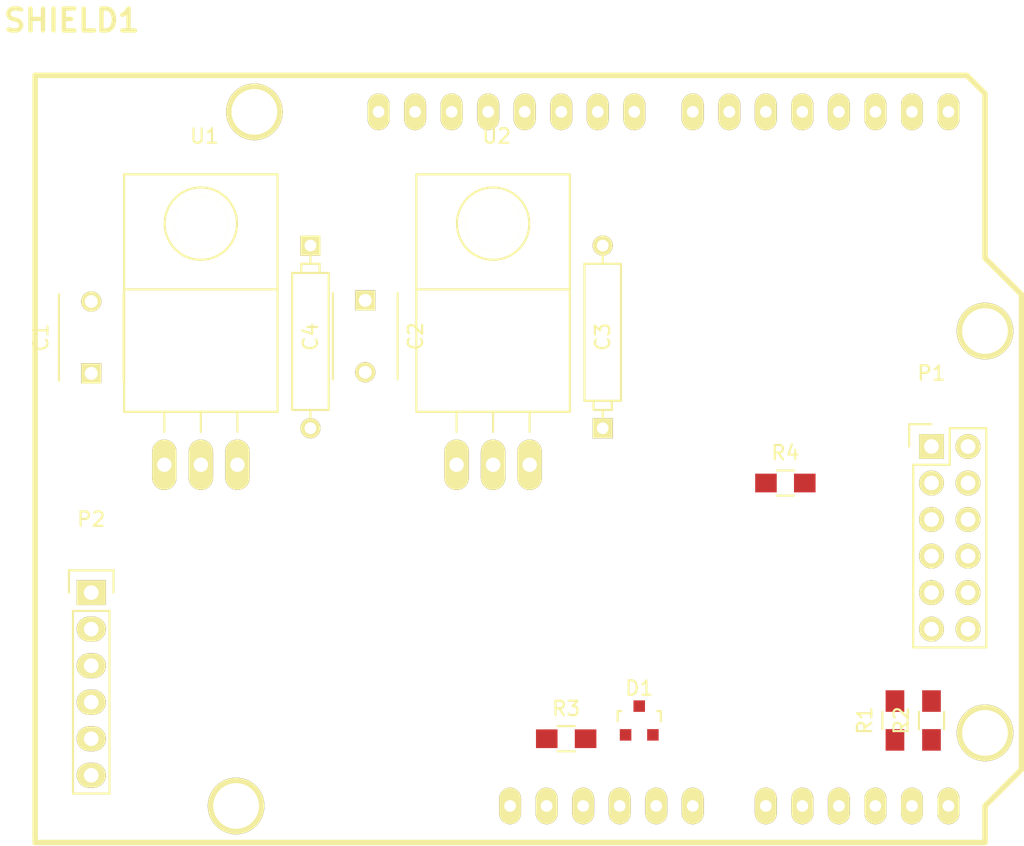
<source format=kicad_pcb>
(kicad_pcb (version 4) (host pcbnew "(2016-02-05 BZR 228, Git cb13e57)-brewed_product")

  (general
    (links 32)
    (no_connects 32)
    (area 0 0 0 0)
    (thickness 1.6)
    (drawings 0)
    (tracks 0)
    (zones 0)
    (modules 14)
    (nets 33)
  )

  (page A4)
  (layers
    (0 F.Cu signal)
    (31 B.Cu signal)
    (32 B.Adhes user)
    (33 F.Adhes user)
    (34 B.Paste user)
    (35 F.Paste user)
    (36 B.SilkS user)
    (37 F.SilkS user)
    (38 B.Mask user)
    (39 F.Mask user)
    (40 Dwgs.User user)
    (41 Cmts.User user)
    (42 Eco1.User user)
    (43 Eco2.User user)
    (44 Edge.Cuts user)
    (45 Margin user)
    (46 B.CrtYd user)
    (47 F.CrtYd user)
    (48 B.Fab user)
    (49 F.Fab user)
  )

  (setup
    (last_trace_width 0.25)
    (trace_clearance 0.2)
    (zone_clearance 0.508)
    (zone_45_only no)
    (trace_min 0.2)
    (segment_width 0.2)
    (edge_width 0.1)
    (via_size 0.6)
    (via_drill 0.4)
    (via_min_size 0.4)
    (via_min_drill 0.3)
    (uvia_size 0.3)
    (uvia_drill 0.1)
    (uvias_allowed no)
    (uvia_min_size 0.2)
    (uvia_min_drill 0.1)
    (pcb_text_width 0.3)
    (pcb_text_size 1.5 1.5)
    (mod_edge_width 0.15)
    (mod_text_size 1 1)
    (mod_text_width 0.15)
    (pad_size 1.5 1.5)
    (pad_drill 0.6)
    (pad_to_mask_clearance 0)
    (aux_axis_origin 0 0)
    (visible_elements FFFFFF7F)
    (pcbplotparams
      (layerselection 0x00030_ffffffff)
      (usegerberextensions false)
      (excludeedgelayer true)
      (linewidth 0.100000)
      (plotframeref false)
      (viasonmask false)
      (mode 1)
      (useauxorigin false)
      (hpglpennumber 1)
      (hpglpenspeed 20)
      (hpglpendiameter 15)
      (hpglpenoverlay 2)
      (psnegative false)
      (psa4output false)
      (plotreference true)
      (plotvalue true)
      (plotinvisibletext false)
      (padsonsilk false)
      (subtractmaskfromsilk false)
      (outputformat 1)
      (mirror false)
      (drillshape 1)
      (scaleselection 1)
      (outputdirectory ""))
  )

  (net 0 "")
  (net 1 "Net-(P1-Pad3)")
  (net 2 "Net-(P1-Pad1)")
  (net 3 "Net-(SHIELD1-PadAD3)")
  (net 4 "Net-(SHIELD1-PadAD0)")
  (net 5 "Net-(SHIELD1-PadAD1)")
  (net 6 "Net-(SHIELD1-PadAD2)")
  (net 7 "Net-(SHIELD1-PadV_IN)")
  (net 8 "Net-(SHIELD1-PadGND2)")
  (net 9 GND)
  (net 10 +3V3)
  (net 11 "Net-(SHIELD1-PadRST)")
  (net 12 "Net-(P1-Pad5)")
  (net 13 "Net-(SHIELD1-Pad1)")
  (net 14 "Net-(SHIELD1-Pad2)")
  (net 15 "Net-(SHIELD1-Pad3)")
  (net 16 "Net-(SHIELD1-Pad4)")
  (net 17 "Net-(SHIELD1-Pad5)")
  (net 18 "Net-(SHIELD1-Pad6)")
  (net 19 "Net-(SHIELD1-Pad7)")
  (net 20 "Net-(SHIELD1-Pad8)")
  (net 21 "Net-(SHIELD1-Pad9)")
  (net 22 "Net-(SHIELD1-Pad10)")
  (net 23 "Net-(SHIELD1-Pad11)")
  (net 24 "Net-(SHIELD1-Pad12)")
  (net 25 "Net-(SHIELD1-Pad13)")
  (net 26 "Net-(SHIELD1-PadGND3)")
  (net 27 "Net-(D1-Pad1)")
  (net 28 +5V)
  (net 29 -5V)
  (net 30 "Net-(P1-Pad11)")
  (net 31 +12V)
  (net 32 -12V)

  (net_class Default "This is the default net class."
    (clearance 0.2)
    (trace_width 0.25)
    (via_dia 0.6)
    (via_drill 0.4)
    (uvia_dia 0.3)
    (uvia_drill 0.1)
    (add_net +12V)
    (add_net +3V3)
    (add_net +5V)
    (add_net -12V)
    (add_net -5V)
    (add_net GND)
    (add_net "Net-(D1-Pad1)")
    (add_net "Net-(P1-Pad1)")
    (add_net "Net-(P1-Pad11)")
    (add_net "Net-(P1-Pad3)")
    (add_net "Net-(P1-Pad5)")
    (add_net "Net-(SHIELD1-Pad1)")
    (add_net "Net-(SHIELD1-Pad10)")
    (add_net "Net-(SHIELD1-Pad11)")
    (add_net "Net-(SHIELD1-Pad12)")
    (add_net "Net-(SHIELD1-Pad13)")
    (add_net "Net-(SHIELD1-Pad2)")
    (add_net "Net-(SHIELD1-Pad3)")
    (add_net "Net-(SHIELD1-Pad4)")
    (add_net "Net-(SHIELD1-Pad5)")
    (add_net "Net-(SHIELD1-Pad6)")
    (add_net "Net-(SHIELD1-Pad7)")
    (add_net "Net-(SHIELD1-Pad8)")
    (add_net "Net-(SHIELD1-Pad9)")
    (add_net "Net-(SHIELD1-PadAD0)")
    (add_net "Net-(SHIELD1-PadAD1)")
    (add_net "Net-(SHIELD1-PadAD2)")
    (add_net "Net-(SHIELD1-PadAD3)")
    (add_net "Net-(SHIELD1-PadGND2)")
    (add_net "Net-(SHIELD1-PadGND3)")
    (add_net "Net-(SHIELD1-PadRST)")
    (add_net "Net-(SHIELD1-PadV_IN)")
  )

  (module "arduino_shields:ARDUINO SHIELD" (layer F.Cu) (tedit 4CD6A37D) (tstamp 56B61993)
    (at 148.5011 105.0036)
    (path /56A61ABF)
    (fp_text reference SHIELD1 (at 2.54 -57.15) (layer F.SilkS)
      (effects (font (thickness 0.3048)))
    )
    (fp_text value ARDUINO_SHIELD (at 5.08 -54.61) (layer F.SilkS) hide
      (effects (font (thickness 0.3048)))
    )
    (fp_line (start 66.04 -40.64) (end 66.04 -52.07) (layer F.SilkS) (width 0.381))
    (fp_line (start 66.04 -52.07) (end 64.77 -53.34) (layer F.SilkS) (width 0.381))
    (fp_line (start 64.77 -53.34) (end 0 -53.34) (layer F.SilkS) (width 0.381))
    (fp_line (start 66.04 0) (end 0 0) (layer F.SilkS) (width 0.381))
    (fp_line (start 0 0) (end 0 -53.34) (layer F.SilkS) (width 0.381))
    (fp_line (start 66.04 -40.64) (end 68.58 -38.1) (layer F.SilkS) (width 0.381))
    (fp_line (start 68.58 -38.1) (end 68.58 -5.08) (layer F.SilkS) (width 0.381))
    (fp_line (start 68.58 -5.08) (end 66.04 -2.54) (layer F.SilkS) (width 0.381))
    (fp_line (start 66.04 -2.54) (end 66.04 0) (layer F.SilkS) (width 0.381))
    (pad AD5 thru_hole oval (at 63.5 -2.54 90) (size 2.54 1.524) (drill 0.8128) (layers *.Cu *.Mask F.SilkS)
      (net 1 "Net-(P1-Pad3)"))
    (pad AD4 thru_hole oval (at 60.96 -2.54 90) (size 2.54 1.524) (drill 0.8128) (layers *.Cu *.Mask F.SilkS)
      (net 2 "Net-(P1-Pad1)"))
    (pad AD3 thru_hole oval (at 58.42 -2.54 90) (size 2.54 1.524) (drill 0.8128) (layers *.Cu *.Mask F.SilkS)
      (net 3 "Net-(SHIELD1-PadAD3)"))
    (pad AD0 thru_hole oval (at 50.8 -2.54 90) (size 2.54 1.524) (drill 0.8128) (layers *.Cu *.Mask F.SilkS)
      (net 4 "Net-(SHIELD1-PadAD0)"))
    (pad AD1 thru_hole oval (at 53.34 -2.54 90) (size 2.54 1.524) (drill 0.8128) (layers *.Cu *.Mask F.SilkS)
      (net 5 "Net-(SHIELD1-PadAD1)"))
    (pad AD2 thru_hole oval (at 55.88 -2.54 90) (size 2.54 1.524) (drill 0.8128) (layers *.Cu *.Mask F.SilkS)
      (net 6 "Net-(SHIELD1-PadAD2)"))
    (pad V_IN thru_hole oval (at 45.72 -2.54 90) (size 2.54 1.524) (drill 0.8128) (layers *.Cu *.Mask F.SilkS)
      (net 7 "Net-(SHIELD1-PadV_IN)"))
    (pad GND2 thru_hole oval (at 43.18 -2.54 90) (size 2.54 1.524) (drill 0.8128) (layers *.Cu *.Mask F.SilkS)
      (net 8 "Net-(SHIELD1-PadGND2)"))
    (pad GND1 thru_hole oval (at 40.64 -2.54 90) (size 2.54 1.524) (drill 0.8128) (layers *.Cu *.Mask F.SilkS)
      (net 9 GND))
    (pad 3V3 thru_hole oval (at 35.56 -2.54 90) (size 2.54 1.524) (drill 0.8128) (layers *.Cu *.Mask F.SilkS)
      (net 10 +3V3))
    (pad RST thru_hole oval (at 33.02 -2.54 90) (size 2.54 1.524) (drill 0.8128) (layers *.Cu *.Mask F.SilkS)
      (net 11 "Net-(SHIELD1-PadRST)"))
    (pad 0 thru_hole oval (at 63.5 -50.8 90) (size 2.54 1.524) (drill 0.8128) (layers *.Cu *.Mask F.SilkS)
      (net 12 "Net-(P1-Pad5)"))
    (pad 1 thru_hole oval (at 60.96 -50.8 90) (size 2.54 1.524) (drill 0.8128) (layers *.Cu *.Mask F.SilkS)
      (net 13 "Net-(SHIELD1-Pad1)"))
    (pad 2 thru_hole oval (at 58.42 -50.8 90) (size 2.54 1.524) (drill 0.8128) (layers *.Cu *.Mask F.SilkS)
      (net 14 "Net-(SHIELD1-Pad2)"))
    (pad 3 thru_hole oval (at 55.88 -50.8 90) (size 2.54 1.524) (drill 0.8128) (layers *.Cu *.Mask F.SilkS)
      (net 15 "Net-(SHIELD1-Pad3)"))
    (pad 4 thru_hole oval (at 53.34 -50.8 90) (size 2.54 1.524) (drill 0.8128) (layers *.Cu *.Mask F.SilkS)
      (net 16 "Net-(SHIELD1-Pad4)"))
    (pad 5 thru_hole oval (at 50.8 -50.8 90) (size 2.54 1.524) (drill 0.8128) (layers *.Cu *.Mask F.SilkS)
      (net 17 "Net-(SHIELD1-Pad5)"))
    (pad 6 thru_hole oval (at 48.26 -50.8 90) (size 2.54 1.524) (drill 0.8128) (layers *.Cu *.Mask F.SilkS)
      (net 18 "Net-(SHIELD1-Pad6)"))
    (pad 7 thru_hole oval (at 45.72 -50.8 90) (size 2.54 1.524) (drill 0.8128) (layers *.Cu *.Mask F.SilkS)
      (net 19 "Net-(SHIELD1-Pad7)"))
    (pad 8 thru_hole oval (at 41.656 -50.8 90) (size 2.54 1.524) (drill 0.8128) (layers *.Cu *.Mask F.SilkS)
      (net 20 "Net-(SHIELD1-Pad8)"))
    (pad 9 thru_hole oval (at 39.116 -50.8 90) (size 2.54 1.524) (drill 0.8128) (layers *.Cu *.Mask F.SilkS)
      (net 21 "Net-(SHIELD1-Pad9)"))
    (pad 10 thru_hole oval (at 36.576 -50.8 90) (size 2.54 1.524) (drill 0.8128) (layers *.Cu *.Mask F.SilkS)
      (net 22 "Net-(SHIELD1-Pad10)"))
    (pad 11 thru_hole oval (at 34.036 -50.8 90) (size 2.54 1.524) (drill 0.8128) (layers *.Cu *.Mask F.SilkS)
      (net 23 "Net-(SHIELD1-Pad11)"))
    (pad 12 thru_hole oval (at 31.496 -50.8 90) (size 2.54 1.524) (drill 0.8128) (layers *.Cu *.Mask F.SilkS)
      (net 24 "Net-(SHIELD1-Pad12)"))
    (pad 13 thru_hole oval (at 28.956 -50.8 90) (size 2.54 1.524) (drill 0.8128) (layers *.Cu *.Mask F.SilkS)
      (net 25 "Net-(SHIELD1-Pad13)"))
    (pad GND3 thru_hole oval (at 26.416 -50.8 90) (size 2.54 1.524) (drill 0.8128) (layers *.Cu *.Mask F.SilkS)
      (net 26 "Net-(SHIELD1-PadGND3)"))
    (pad AREF thru_hole oval (at 23.876 -50.8 90) (size 2.54 1.524) (drill 0.8128) (layers *.Cu *.Mask F.SilkS)
      (net 27 "Net-(D1-Pad1)"))
    (pad 5V thru_hole oval (at 38.1 -2.54 90) (size 2.54 1.524) (drill 0.8128) (layers *.Cu *.Mask F.SilkS)
      (net 28 +5V))
    (pad "" thru_hole circle (at 66.04 -7.62 90) (size 3.937 3.937) (drill 3.175) (layers *.Cu *.Mask F.SilkS))
    (pad "" thru_hole circle (at 66.04 -35.56 90) (size 3.937 3.937) (drill 3.175) (layers *.Cu *.Mask F.SilkS))
    (pad "" thru_hole circle (at 15.24 -50.8 90) (size 3.937 3.937) (drill 3.175) (layers *.Cu *.Mask F.SilkS))
    (pad "" thru_hole circle (at 13.97 -2.54 90) (size 3.937 3.937) (drill 3.175) (layers *.Cu *.Mask F.SilkS))
  )

  (module TO_SOT_Packages_THT:TO-220_Neutral123_Horizontal_LargePads (layer F.Cu) (tedit 0) (tstamp 56B619E1)
    (at 160.02 78.74)
    (descr "TO-220, Neutral, Horizontal, Large Pads,")
    (tags "TO-220, Neutral, Horizontal, Large Pads,")
    (path /56A63641)
    (fp_text reference U1 (at 0.24892 -22.84984) (layer F.SilkS)
      (effects (font (size 1 1) (thickness 0.15)))
    )
    (fp_text value LM7805 (at -0.20066 4.24942) (layer F.Fab)
      (effects (font (size 1 1) (thickness 0.15)))
    )
    (fp_line (start -2.54 -3.683) (end -2.54 -2.286) (layer F.SilkS) (width 0.15))
    (fp_line (start 0 -3.683) (end 0 -2.286) (layer F.SilkS) (width 0.15))
    (fp_line (start 2.54 -3.683) (end 2.54 -2.286) (layer F.SilkS) (width 0.15))
    (fp_circle (center 0 -16.764) (end 1.778 -14.986) (layer F.SilkS) (width 0.15))
    (fp_line (start 5.334 -12.192) (end 5.334 -20.193) (layer F.SilkS) (width 0.15))
    (fp_line (start 5.334 -20.193) (end -5.334 -20.193) (layer F.SilkS) (width 0.15))
    (fp_line (start -5.334 -20.193) (end -5.334 -12.192) (layer F.SilkS) (width 0.15))
    (fp_line (start 5.334 -3.683) (end 5.334 -12.192) (layer F.SilkS) (width 0.15))
    (fp_line (start 5.334 -12.192) (end -5.334 -12.192) (layer F.SilkS) (width 0.15))
    (fp_line (start -5.334 -12.192) (end -5.334 -3.683) (layer F.SilkS) (width 0.15))
    (fp_line (start 0 -3.683) (end -5.334 -3.683) (layer F.SilkS) (width 0.15))
    (fp_line (start 0 -3.683) (end 5.334 -3.683) (layer F.SilkS) (width 0.15))
    (pad 2 thru_hole oval (at 0 0 90) (size 3.50012 1.69926) (drill 1.00076) (layers *.Cu *.Mask F.SilkS))
    (pad 1 thru_hole oval (at -2.54 0 90) (size 3.50012 1.69926) (drill 1.00076) (layers *.Cu *.Mask F.SilkS))
    (pad 3 thru_hole oval (at 2.54 0 90) (size 3.50012 1.69926) (drill 1.00076) (layers *.Cu *.Mask F.SilkS))
    (pad "" np_thru_hole circle (at 0 -16.764 90) (size 3.79984 3.79984) (drill 3.79984) (layers *.Cu *.Mask F.SilkS))
    (model TO_SOT_Packages_THT.3dshapes/TO-220_Neutral123_Horizontal_LargePads.wrl
      (at (xyz 0 0 0))
      (scale (xyz 0.3937 0.3937 0.3937))
      (rotate (xyz 0 0 0))
    )
  )

  (module TO_SOT_Packages_THT:TO-220_Neutral123_Horizontal_LargePads (layer F.Cu) (tedit 0) (tstamp 56B619F7)
    (at 180.34 78.74)
    (descr "TO-220, Neutral, Horizontal, Large Pads,")
    (tags "TO-220, Neutral, Horizontal, Large Pads,")
    (path /56A63CED)
    (fp_text reference U2 (at 0.24892 -22.84984) (layer F.SilkS)
      (effects (font (size 1 1) (thickness 0.15)))
    )
    (fp_text value LM7905 (at -0.20066 4.24942) (layer F.Fab)
      (effects (font (size 1 1) (thickness 0.15)))
    )
    (fp_line (start -2.54 -3.683) (end -2.54 -2.286) (layer F.SilkS) (width 0.15))
    (fp_line (start 0 -3.683) (end 0 -2.286) (layer F.SilkS) (width 0.15))
    (fp_line (start 2.54 -3.683) (end 2.54 -2.286) (layer F.SilkS) (width 0.15))
    (fp_circle (center 0 -16.764) (end 1.778 -14.986) (layer F.SilkS) (width 0.15))
    (fp_line (start 5.334 -12.192) (end 5.334 -20.193) (layer F.SilkS) (width 0.15))
    (fp_line (start 5.334 -20.193) (end -5.334 -20.193) (layer F.SilkS) (width 0.15))
    (fp_line (start -5.334 -20.193) (end -5.334 -12.192) (layer F.SilkS) (width 0.15))
    (fp_line (start 5.334 -3.683) (end 5.334 -12.192) (layer F.SilkS) (width 0.15))
    (fp_line (start 5.334 -12.192) (end -5.334 -12.192) (layer F.SilkS) (width 0.15))
    (fp_line (start -5.334 -12.192) (end -5.334 -3.683) (layer F.SilkS) (width 0.15))
    (fp_line (start 0 -3.683) (end -5.334 -3.683) (layer F.SilkS) (width 0.15))
    (fp_line (start 0 -3.683) (end 5.334 -3.683) (layer F.SilkS) (width 0.15))
    (pad 2 thru_hole oval (at 0 0 90) (size 3.50012 1.69926) (drill 1.00076) (layers *.Cu *.Mask F.SilkS))
    (pad 1 thru_hole oval (at -2.54 0 90) (size 3.50012 1.69926) (drill 1.00076) (layers *.Cu *.Mask F.SilkS))
    (pad 3 thru_hole oval (at 2.54 0 90) (size 3.50012 1.69926) (drill 1.00076) (layers *.Cu *.Mask F.SilkS))
    (pad "" np_thru_hole circle (at 0 -16.764 90) (size 3.79984 3.79984) (drill 3.79984) (layers *.Cu *.Mask F.SilkS))
    (model TO_SOT_Packages_THT.3dshapes/TO-220_Neutral123_Horizontal_LargePads.wrl
      (at (xyz 0 0 0))
      (scale (xyz 0.3937 0.3937 0.3937))
      (rotate (xyz 0 0 0))
    )
  )

  (module TO_SOT_Packages_SMD:SOT-23 (layer F.Cu) (tedit 553634F8) (tstamp 56B61A0C)
    (at 190.5 96.52)
    (descr "SOT-23, Standard")
    (tags SOT-23)
    (path /56A89EF2)
    (attr smd)
    (fp_text reference D1 (at 0 -2.25) (layer F.SilkS)
      (effects (font (size 1 1) (thickness 0.15)))
    )
    (fp_text value ZENER (at 0 2.3) (layer F.Fab)
      (effects (font (size 1 1) (thickness 0.15)))
    )
    (fp_line (start -1.65 -1.6) (end 1.65 -1.6) (layer F.CrtYd) (width 0.05))
    (fp_line (start 1.65 -1.6) (end 1.65 1.6) (layer F.CrtYd) (width 0.05))
    (fp_line (start 1.65 1.6) (end -1.65 1.6) (layer F.CrtYd) (width 0.05))
    (fp_line (start -1.65 1.6) (end -1.65 -1.6) (layer F.CrtYd) (width 0.05))
    (fp_line (start 1.29916 -0.65024) (end 1.2509 -0.65024) (layer F.SilkS) (width 0.15))
    (fp_line (start -1.49982 0.0508) (end -1.49982 -0.65024) (layer F.SilkS) (width 0.15))
    (fp_line (start -1.49982 -0.65024) (end -1.2509 -0.65024) (layer F.SilkS) (width 0.15))
    (fp_line (start 1.29916 -0.65024) (end 1.49982 -0.65024) (layer F.SilkS) (width 0.15))
    (fp_line (start 1.49982 -0.65024) (end 1.49982 0.0508) (layer F.SilkS) (width 0.15))
    (pad 1 smd rect (at -0.95 1.00076) (size 0.8001 0.8001) (layers F.Cu F.Paste F.Mask)
      (net 27 "Net-(D1-Pad1)"))
    (pad 2 smd rect (at 0.95 1.00076) (size 0.8001 0.8001) (layers F.Cu F.Paste F.Mask)
      (net 9 GND))
    (pad 3 smd rect (at 0 -0.99822) (size 0.8001 0.8001) (layers F.Cu F.Paste F.Mask))
    (model TO_SOT_Packages_SMD.3dshapes/SOT-23.wrl
      (at (xyz 0 0 0))
      (scale (xyz 1 1 1))
      (rotate (xyz 0 0 0))
    )
  )

  (module Resistors_SMD:R_0805_HandSoldering (layer F.Cu) (tedit 54189DEE) (tstamp 56B61A1E)
    (at 208.28 96.52 90)
    (descr "Resistor SMD 0805, hand soldering")
    (tags "resistor 0805")
    (path /56A61E93)
    (attr smd)
    (fp_text reference R1 (at 0 -2.1 90) (layer F.SilkS)
      (effects (font (size 1 1) (thickness 0.15)))
    )
    (fp_text value 100kR (at 0 2.1 90) (layer F.Fab)
      (effects (font (size 1 1) (thickness 0.15)))
    )
    (fp_line (start -2.4 -1) (end 2.4 -1) (layer F.CrtYd) (width 0.05))
    (fp_line (start -2.4 1) (end 2.4 1) (layer F.CrtYd) (width 0.05))
    (fp_line (start -2.4 -1) (end -2.4 1) (layer F.CrtYd) (width 0.05))
    (fp_line (start 2.4 -1) (end 2.4 1) (layer F.CrtYd) (width 0.05))
    (fp_line (start 0.6 0.875) (end -0.6 0.875) (layer F.SilkS) (width 0.15))
    (fp_line (start -0.6 -0.875) (end 0.6 -0.875) (layer F.SilkS) (width 0.15))
    (pad 1 smd rect (at -1.35 0 90) (size 1.5 1.3) (layers F.Cu F.Paste F.Mask)
      (net 2 "Net-(P1-Pad1)"))
    (pad 2 smd rect (at 1.35 0 90) (size 1.5 1.3) (layers F.Cu F.Paste F.Mask)
      (net 9 GND))
    (model Resistors_SMD.3dshapes/R_0805_HandSoldering.wrl
      (at (xyz 0 0 0))
      (scale (xyz 1 1 1))
      (rotate (xyz 0 0 0))
    )
  )

  (module Resistors_SMD:R_0805_HandSoldering (layer F.Cu) (tedit 54189DEE) (tstamp 56B61A2E)
    (at 210.82 96.52 90)
    (descr "Resistor SMD 0805, hand soldering")
    (tags "resistor 0805")
    (path /56A61E09)
    (attr smd)
    (fp_text reference R2 (at 0 -2.1 90) (layer F.SilkS)
      (effects (font (size 1 1) (thickness 0.15)))
    )
    (fp_text value 100kR (at 0 2.1 90) (layer F.Fab)
      (effects (font (size 1 1) (thickness 0.15)))
    )
    (fp_line (start -2.4 -1) (end 2.4 -1) (layer F.CrtYd) (width 0.05))
    (fp_line (start -2.4 1) (end 2.4 1) (layer F.CrtYd) (width 0.05))
    (fp_line (start -2.4 -1) (end -2.4 1) (layer F.CrtYd) (width 0.05))
    (fp_line (start 2.4 -1) (end 2.4 1) (layer F.CrtYd) (width 0.05))
    (fp_line (start 0.6 0.875) (end -0.6 0.875) (layer F.SilkS) (width 0.15))
    (fp_line (start -0.6 -0.875) (end 0.6 -0.875) (layer F.SilkS) (width 0.15))
    (pad 1 smd rect (at -1.35 0 90) (size 1.5 1.3) (layers F.Cu F.Paste F.Mask)
      (net 1 "Net-(P1-Pad3)"))
    (pad 2 smd rect (at 1.35 0 90) (size 1.5 1.3) (layers F.Cu F.Paste F.Mask)
      (net 9 GND))
    (model Resistors_SMD.3dshapes/R_0805_HandSoldering.wrl
      (at (xyz 0 0 0))
      (scale (xyz 1 1 1))
      (rotate (xyz 0 0 0))
    )
  )

  (module Resistors_SMD:R_0805_HandSoldering (layer F.Cu) (tedit 54189DEE) (tstamp 56B61A3E)
    (at 185.42 97.79)
    (descr "Resistor SMD 0805, hand soldering")
    (tags "resistor 0805")
    (path /56A8A23F)
    (attr smd)
    (fp_text reference R3 (at 0 -2.1) (layer F.SilkS)
      (effects (font (size 1 1) (thickness 0.15)))
    )
    (fp_text value 1k3R (at 0 2.1) (layer F.Fab)
      (effects (font (size 1 1) (thickness 0.15)))
    )
    (fp_line (start -2.4 -1) (end 2.4 -1) (layer F.CrtYd) (width 0.05))
    (fp_line (start -2.4 1) (end 2.4 1) (layer F.CrtYd) (width 0.05))
    (fp_line (start -2.4 -1) (end -2.4 1) (layer F.CrtYd) (width 0.05))
    (fp_line (start 2.4 -1) (end 2.4 1) (layer F.CrtYd) (width 0.05))
    (fp_line (start 0.6 0.875) (end -0.6 0.875) (layer F.SilkS) (width 0.15))
    (fp_line (start -0.6 -0.875) (end 0.6 -0.875) (layer F.SilkS) (width 0.15))
    (pad 1 smd rect (at -1.35 0) (size 1.5 1.3) (layers F.Cu F.Paste F.Mask)
      (net 10 +3V3))
    (pad 2 smd rect (at 1.35 0) (size 1.5 1.3) (layers F.Cu F.Paste F.Mask)
      (net 27 "Net-(D1-Pad1)"))
    (model Resistors_SMD.3dshapes/R_0805_HandSoldering.wrl
      (at (xyz 0 0 0))
      (scale (xyz 1 1 1))
      (rotate (xyz 0 0 0))
    )
  )

  (module Resistors_SMD:R_0805_HandSoldering (layer F.Cu) (tedit 54189DEE) (tstamp 56B61A4E)
    (at 200.66 80.01)
    (descr "Resistor SMD 0805, hand soldering")
    (tags "resistor 0805")
    (path /56A61D1F)
    (attr smd)
    (fp_text reference R4 (at 0 -2.1) (layer F.SilkS)
      (effects (font (size 1 1) (thickness 0.15)))
    )
    (fp_text value 390R (at 0 2.1) (layer F.Fab)
      (effects (font (size 1 1) (thickness 0.15)))
    )
    (fp_line (start -2.4 -1) (end 2.4 -1) (layer F.CrtYd) (width 0.05))
    (fp_line (start -2.4 1) (end 2.4 1) (layer F.CrtYd) (width 0.05))
    (fp_line (start -2.4 -1) (end -2.4 1) (layer F.CrtYd) (width 0.05))
    (fp_line (start 2.4 -1) (end 2.4 1) (layer F.CrtYd) (width 0.05))
    (fp_line (start 0.6 0.875) (end -0.6 0.875) (layer F.SilkS) (width 0.15))
    (fp_line (start -0.6 -0.875) (end 0.6 -0.875) (layer F.SilkS) (width 0.15))
    (pad 1 smd rect (at -1.35 0) (size 1.5 1.3) (layers F.Cu F.Paste F.Mask)
      (net 28 +5V))
    (pad 2 smd rect (at 1.35 0) (size 1.5 1.3) (layers F.Cu F.Paste F.Mask)
      (net 12 "Net-(P1-Pad5)"))
    (model Resistors_SMD.3dshapes/R_0805_HandSoldering.wrl
      (at (xyz 0 0 0))
      (scale (xyz 1 1 1))
      (rotate (xyz 0 0 0))
    )
  )

  (module Pin_Headers:Pin_Header_Straight_2x06 (layer F.Cu) (tedit 0) (tstamp 56B61A68)
    (at 210.82 77.47)
    (descr "Through hole pin header")
    (tags "pin header")
    (path /56A61FC0)
    (fp_text reference P1 (at 0 -5.1) (layer F.SilkS)
      (effects (font (size 1 1) (thickness 0.15)))
    )
    (fp_text value CONN_02X06 (at 0 -3.1) (layer F.Fab)
      (effects (font (size 1 1) (thickness 0.15)))
    )
    (fp_line (start -1.75 -1.75) (end -1.75 14.45) (layer F.CrtYd) (width 0.05))
    (fp_line (start 4.3 -1.75) (end 4.3 14.45) (layer F.CrtYd) (width 0.05))
    (fp_line (start -1.75 -1.75) (end 4.3 -1.75) (layer F.CrtYd) (width 0.05))
    (fp_line (start -1.75 14.45) (end 4.3 14.45) (layer F.CrtYd) (width 0.05))
    (fp_line (start 3.81 13.97) (end 3.81 -1.27) (layer F.SilkS) (width 0.15))
    (fp_line (start -1.27 1.27) (end -1.27 13.97) (layer F.SilkS) (width 0.15))
    (fp_line (start 3.81 13.97) (end -1.27 13.97) (layer F.SilkS) (width 0.15))
    (fp_line (start 3.81 -1.27) (end 1.27 -1.27) (layer F.SilkS) (width 0.15))
    (fp_line (start 0 -1.55) (end -1.55 -1.55) (layer F.SilkS) (width 0.15))
    (fp_line (start 1.27 -1.27) (end 1.27 1.27) (layer F.SilkS) (width 0.15))
    (fp_line (start 1.27 1.27) (end -1.27 1.27) (layer F.SilkS) (width 0.15))
    (fp_line (start -1.55 -1.55) (end -1.55 0) (layer F.SilkS) (width 0.15))
    (pad 1 thru_hole rect (at 0 0) (size 1.7272 1.7272) (drill 1.016) (layers *.Cu *.Mask F.SilkS)
      (net 2 "Net-(P1-Pad1)"))
    (pad 2 thru_hole oval (at 2.54 0) (size 1.7272 1.7272) (drill 1.016) (layers *.Cu *.Mask F.SilkS)
      (net 9 GND))
    (pad 3 thru_hole oval (at 0 2.54) (size 1.7272 1.7272) (drill 1.016) (layers *.Cu *.Mask F.SilkS)
      (net 1 "Net-(P1-Pad3)"))
    (pad 4 thru_hole oval (at 2.54 2.54) (size 1.7272 1.7272) (drill 1.016) (layers *.Cu *.Mask F.SilkS)
      (net 9 GND))
    (pad 5 thru_hole oval (at 0 5.08) (size 1.7272 1.7272) (drill 1.016) (layers *.Cu *.Mask F.SilkS)
      (net 12 "Net-(P1-Pad5)"))
    (pad 6 thru_hole oval (at 2.54 5.08) (size 1.7272 1.7272) (drill 1.016) (layers *.Cu *.Mask F.SilkS)
      (net 9 GND))
    (pad 7 thru_hole oval (at 0 7.62) (size 1.7272 1.7272) (drill 1.016) (layers *.Cu *.Mask F.SilkS)
      (net 28 +5V))
    (pad 8 thru_hole oval (at 2.54 7.62) (size 1.7272 1.7272) (drill 1.016) (layers *.Cu *.Mask F.SilkS)
      (net 9 GND))
    (pad 9 thru_hole oval (at 0 10.16) (size 1.7272 1.7272) (drill 1.016) (layers *.Cu *.Mask F.SilkS)
      (net 29 -5V))
    (pad 10 thru_hole oval (at 2.54 10.16) (size 1.7272 1.7272) (drill 1.016) (layers *.Cu *.Mask F.SilkS)
      (net 9 GND))
    (pad 11 thru_hole oval (at 0 12.7) (size 1.7272 1.7272) (drill 1.016) (layers *.Cu *.Mask F.SilkS)
      (net 30 "Net-(P1-Pad11)"))
    (pad 12 thru_hole oval (at 2.54 12.7) (size 1.7272 1.7272) (drill 1.016) (layers *.Cu *.Mask F.SilkS)
      (net 9 GND))
    (model Pin_Headers.3dshapes/Pin_Header_Straight_2x06.wrl
      (at (xyz 0.05 -0.25 0))
      (scale (xyz 1 1 1))
      (rotate (xyz 0 0 90))
    )
  )

  (module Pin_Headers:Pin_Header_Straight_1x06 (layer F.Cu) (tedit 0) (tstamp 56B61A90)
    (at 152.4 87.63)
    (descr "Through hole pin header")
    (tags "pin header")
    (path /56B5E697)
    (fp_text reference P2 (at 0 -5.1) (layer F.SilkS)
      (effects (font (size 1 1) (thickness 0.15)))
    )
    (fp_text value CONN_01X06 (at 0 -3.1) (layer F.Fab)
      (effects (font (size 1 1) (thickness 0.15)))
    )
    (fp_line (start -1.75 -1.75) (end -1.75 14.45) (layer F.CrtYd) (width 0.05))
    (fp_line (start 1.75 -1.75) (end 1.75 14.45) (layer F.CrtYd) (width 0.05))
    (fp_line (start -1.75 -1.75) (end 1.75 -1.75) (layer F.CrtYd) (width 0.05))
    (fp_line (start -1.75 14.45) (end 1.75 14.45) (layer F.CrtYd) (width 0.05))
    (fp_line (start 1.27 1.27) (end 1.27 13.97) (layer F.SilkS) (width 0.15))
    (fp_line (start 1.27 13.97) (end -1.27 13.97) (layer F.SilkS) (width 0.15))
    (fp_line (start -1.27 13.97) (end -1.27 1.27) (layer F.SilkS) (width 0.15))
    (fp_line (start 1.55 -1.55) (end 1.55 0) (layer F.SilkS) (width 0.15))
    (fp_line (start 1.27 1.27) (end -1.27 1.27) (layer F.SilkS) (width 0.15))
    (fp_line (start -1.55 0) (end -1.55 -1.55) (layer F.SilkS) (width 0.15))
    (fp_line (start -1.55 -1.55) (end 1.55 -1.55) (layer F.SilkS) (width 0.15))
    (pad 1 thru_hole rect (at 0 0) (size 2.032 1.7272) (drill 1.016) (layers *.Cu *.Mask F.SilkS)
      (net 31 +12V))
    (pad 2 thru_hole oval (at 0 2.54) (size 2.032 1.7272) (drill 1.016) (layers *.Cu *.Mask F.SilkS)
      (net 32 -12V))
    (pad 3 thru_hole oval (at 0 5.08) (size 2.032 1.7272) (drill 1.016) (layers *.Cu *.Mask F.SilkS)
      (net 28 +5V))
    (pad 4 thru_hole oval (at 0 7.62) (size 2.032 1.7272) (drill 1.016) (layers *.Cu *.Mask F.SilkS)
      (net 29 -5V))
    (pad 5 thru_hole oval (at 0 10.16) (size 2.032 1.7272) (drill 1.016) (layers *.Cu *.Mask F.SilkS)
      (net 9 GND))
    (pad 6 thru_hole oval (at 0 12.7) (size 2.032 1.7272) (drill 1.016) (layers *.Cu *.Mask F.SilkS)
      (net 9 GND))
    (model Pin_Headers.3dshapes/Pin_Header_Straight_1x06.wrl
      (at (xyz 0 -0.25 0))
      (scale (xyz 1 1 1))
      (rotate (xyz 0 0 90))
    )
  )

  (module Discret:CP5 (layer F.Cu) (tedit 0) (tstamp 56B61AA8)
    (at 187.96 69.85 90)
    (descr "Condensateur polarise")
    (tags CP)
    (path /56A63B52)
    (fp_text reference C3 (at 0 0 90) (layer F.SilkS)
      (effects (font (size 1 1) (thickness 0.15)))
    )
    (fp_text value 2u2F (at 0 0 90) (layer F.Fab)
      (effects (font (size 1 1) (thickness 0.15)))
    )
    (fp_line (start -4.445 -1.27) (end -4.445 -1.27) (layer F.SilkS) (width 0.15))
    (fp_line (start -4.445 -1.27) (end -4.445 -1.27) (layer F.SilkS) (width 0.15))
    (fp_line (start -4.445 -1.27) (end -4.445 -1.27) (layer F.SilkS) (width 0.15))
    (fp_line (start -4.445 -1.27) (end 5.08 -1.27) (layer F.SilkS) (width 0.15))
    (fp_line (start 5.08 -1.27) (end 5.08 1.27) (layer F.SilkS) (width 0.15))
    (fp_line (start 5.08 1.27) (end -4.445 1.27) (layer F.SilkS) (width 0.15))
    (fp_line (start -4.445 1.27) (end -4.445 -1.27) (layer F.SilkS) (width 0.15))
    (fp_line (start -4.445 -0.635) (end -4.445 -0.635) (layer F.SilkS) (width 0.15))
    (fp_line (start -4.445 -0.635) (end -5.08 -0.635) (layer F.SilkS) (width 0.15))
    (fp_line (start -5.08 -0.635) (end -5.08 0.635) (layer F.SilkS) (width 0.15))
    (fp_line (start -5.08 0.635) (end -4.445 0.635) (layer F.SilkS) (width 0.15))
    (fp_line (start -6.35 0) (end -6.35 0) (layer F.SilkS) (width 0.15))
    (fp_line (start -6.35 0) (end -5.08 0) (layer F.SilkS) (width 0.15))
    (fp_line (start -5.08 0) (end -5.08 0) (layer F.SilkS) (width 0.15))
    (fp_line (start -5.08 0) (end -5.08 0) (layer F.SilkS) (width 0.15))
    (fp_line (start 5.08 0) (end 5.08 0) (layer F.SilkS) (width 0.15))
    (fp_line (start 5.08 0) (end 5.08 0) (layer F.SilkS) (width 0.15))
    (fp_line (start 5.08 0) (end 6.35 0) (layer F.SilkS) (width 0.15))
    (fp_line (start 6.35 0) (end 6.35 0) (layer F.SilkS) (width 0.15))
    (fp_line (start 6.35 0) (end 6.35 0) (layer F.SilkS) (width 0.15))
    (fp_line (start 6.35 0) (end 6.35 0) (layer F.SilkS) (width 0.15))
    (pad 1 thru_hole rect (at -6.35 0 90) (size 1.397 1.397) (drill 0.8128) (layers *.Cu *.Mask F.SilkS)
      (net 28 +5V))
    (pad 2 thru_hole circle (at 6.35 0 90) (size 1.397 1.397) (drill 0.8128) (layers *.Cu *.Mask F.SilkS)
      (net 9 GND))
    (model Discret.3dshapes/CP5.wrl
      (at (xyz 0 0 0))
      (scale (xyz 0.5 0.5 0.5))
      (rotate (xyz 0 0 0))
    )
  )

  (module Discret:CP5 (layer F.Cu) (tedit 0) (tstamp 56B61AB8)
    (at 167.64 69.85 270)
    (descr "Condensateur polarise")
    (tags CP)
    (path /56A63E65)
    (fp_text reference C4 (at 0 0 270) (layer F.SilkS)
      (effects (font (size 1 1) (thickness 0.15)))
    )
    (fp_text value 2u2F (at 0 0 270) (layer F.Fab)
      (effects (font (size 1 1) (thickness 0.15)))
    )
    (fp_line (start -4.445 -1.27) (end -4.445 -1.27) (layer F.SilkS) (width 0.15))
    (fp_line (start -4.445 -1.27) (end -4.445 -1.27) (layer F.SilkS) (width 0.15))
    (fp_line (start -4.445 -1.27) (end -4.445 -1.27) (layer F.SilkS) (width 0.15))
    (fp_line (start -4.445 -1.27) (end 5.08 -1.27) (layer F.SilkS) (width 0.15))
    (fp_line (start 5.08 -1.27) (end 5.08 1.27) (layer F.SilkS) (width 0.15))
    (fp_line (start 5.08 1.27) (end -4.445 1.27) (layer F.SilkS) (width 0.15))
    (fp_line (start -4.445 1.27) (end -4.445 -1.27) (layer F.SilkS) (width 0.15))
    (fp_line (start -4.445 -0.635) (end -4.445 -0.635) (layer F.SilkS) (width 0.15))
    (fp_line (start -4.445 -0.635) (end -5.08 -0.635) (layer F.SilkS) (width 0.15))
    (fp_line (start -5.08 -0.635) (end -5.08 0.635) (layer F.SilkS) (width 0.15))
    (fp_line (start -5.08 0.635) (end -4.445 0.635) (layer F.SilkS) (width 0.15))
    (fp_line (start -6.35 0) (end -6.35 0) (layer F.SilkS) (width 0.15))
    (fp_line (start -6.35 0) (end -5.08 0) (layer F.SilkS) (width 0.15))
    (fp_line (start -5.08 0) (end -5.08 0) (layer F.SilkS) (width 0.15))
    (fp_line (start -5.08 0) (end -5.08 0) (layer F.SilkS) (width 0.15))
    (fp_line (start 5.08 0) (end 5.08 0) (layer F.SilkS) (width 0.15))
    (fp_line (start 5.08 0) (end 5.08 0) (layer F.SilkS) (width 0.15))
    (fp_line (start 5.08 0) (end 6.35 0) (layer F.SilkS) (width 0.15))
    (fp_line (start 6.35 0) (end 6.35 0) (layer F.SilkS) (width 0.15))
    (fp_line (start 6.35 0) (end 6.35 0) (layer F.SilkS) (width 0.15))
    (fp_line (start 6.35 0) (end 6.35 0) (layer F.SilkS) (width 0.15))
    (pad 1 thru_hole rect (at -6.35 0 270) (size 1.397 1.397) (drill 0.8128) (layers *.Cu *.Mask F.SilkS)
      (net 9 GND))
    (pad 2 thru_hole circle (at 6.35 0 270) (size 1.397 1.397) (drill 0.8128) (layers *.Cu *.Mask F.SilkS)
      (net 29 -5V))
    (model Discret.3dshapes/CP5.wrl
      (at (xyz 0 0 0))
      (scale (xyz 0.5 0.5 0.5))
      (rotate (xyz 0 0 0))
    )
  )

  (module Capacitors_ThroughHole:C_Disc_D6_P5 (layer F.Cu) (tedit 0) (tstamp 56B61AC8)
    (at 152.4 72.39 90)
    (descr "Capacitor 6mm Disc, Pitch 5mm")
    (tags Capacitor)
    (path /56A63A9E)
    (fp_text reference C1 (at 2.5 -3.5 90) (layer F.SilkS)
      (effects (font (size 1 1) (thickness 0.15)))
    )
    (fp_text value 0u1F (at 2.5 3.5 90) (layer F.Fab)
      (effects (font (size 1 1) (thickness 0.15)))
    )
    (fp_line (start -0.95 -2.5) (end 5.95 -2.5) (layer F.CrtYd) (width 0.05))
    (fp_line (start 5.95 -2.5) (end 5.95 2.5) (layer F.CrtYd) (width 0.05))
    (fp_line (start 5.95 2.5) (end -0.95 2.5) (layer F.CrtYd) (width 0.05))
    (fp_line (start -0.95 2.5) (end -0.95 -2.5) (layer F.CrtYd) (width 0.05))
    (fp_line (start -0.5 -2.25) (end 5.5 -2.25) (layer F.SilkS) (width 0.15))
    (fp_line (start 5.5 2.25) (end -0.5 2.25) (layer F.SilkS) (width 0.15))
    (pad 1 thru_hole rect (at 0 0 90) (size 1.4 1.4) (drill 0.9) (layers *.Cu *.Mask F.SilkS)
      (net 31 +12V))
    (pad 2 thru_hole circle (at 5 0 90) (size 1.4 1.4) (drill 0.9) (layers *.Cu *.Mask F.SilkS)
      (net 9 GND))
    (model Capacitors_ThroughHole.3dshapes/C_Disc_D6_P5.wrl
      (at (xyz 0.0984252 0 0))
      (scale (xyz 1 1 1))
      (rotate (xyz 0 0 0))
    )
  )

  (module Capacitors_ThroughHole:C_Disc_D6_P5 (layer F.Cu) (tedit 0) (tstamp 56B61AD8)
    (at 171.45 67.31 270)
    (descr "Capacitor 6mm Disc, Pitch 5mm")
    (tags Capacitor)
    (path /56A63DBB)
    (fp_text reference C2 (at 2.5 -3.5 270) (layer F.SilkS)
      (effects (font (size 1 1) (thickness 0.15)))
    )
    (fp_text value 0u1F (at 2.5 3.5 270) (layer F.Fab)
      (effects (font (size 1 1) (thickness 0.15)))
    )
    (fp_line (start -0.95 -2.5) (end 5.95 -2.5) (layer F.CrtYd) (width 0.05))
    (fp_line (start 5.95 -2.5) (end 5.95 2.5) (layer F.CrtYd) (width 0.05))
    (fp_line (start 5.95 2.5) (end -0.95 2.5) (layer F.CrtYd) (width 0.05))
    (fp_line (start -0.95 2.5) (end -0.95 -2.5) (layer F.CrtYd) (width 0.05))
    (fp_line (start -0.5 -2.25) (end 5.5 -2.25) (layer F.SilkS) (width 0.15))
    (fp_line (start 5.5 2.25) (end -0.5 2.25) (layer F.SilkS) (width 0.15))
    (pad 1 thru_hole rect (at 0 0 270) (size 1.4 1.4) (drill 0.9) (layers *.Cu *.Mask F.SilkS)
      (net 9 GND))
    (pad 2 thru_hole circle (at 5 0 270) (size 1.4 1.4) (drill 0.9) (layers *.Cu *.Mask F.SilkS)
      (net 32 -12V))
    (model Capacitors_ThroughHole.3dshapes/C_Disc_D6_P5.wrl
      (at (xyz 0.0984252 0 0))
      (scale (xyz 1 1 1))
      (rotate (xyz 0 0 0))
    )
  )

)

</source>
